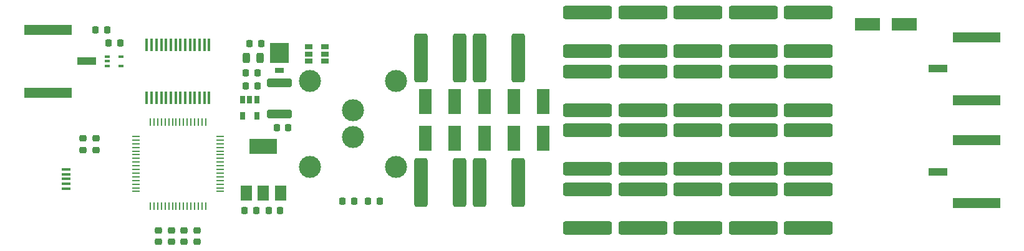
<source format=gtp>
G04 #@! TF.GenerationSoftware,KiCad,Pcbnew,7.99.0-4156-g4770532511*
G04 #@! TF.CreationDate,2024-01-07T23:02:07-05:00*
G04 #@! TF.ProjectId,emfi,656d6669-2e6b-4696-9361-645f70636258,0.1*
G04 #@! TF.SameCoordinates,Original*
G04 #@! TF.FileFunction,Paste,Top*
G04 #@! TF.FilePolarity,Positive*
%FSLAX46Y46*%
G04 Gerber Fmt 4.6, Leading zero omitted, Abs format (unit mm)*
G04 Created by KiCad (PCBNEW 7.99.0-4156-g4770532511) date 2024-01-07 23:02:07*
%MOMM*%
%LPD*%
G01*
G04 APERTURE LIST*
G04 Aperture macros list*
%AMRoundRect*
0 Rectangle with rounded corners*
0 $1 Rounding radius*
0 $2 $3 $4 $5 $6 $7 $8 $9 X,Y pos of 4 corners*
0 Add a 4 corners polygon primitive as box body*
4,1,4,$2,$3,$4,$5,$6,$7,$8,$9,$2,$3,0*
0 Add four circle primitives for the rounded corners*
1,1,$1+$1,$2,$3*
1,1,$1+$1,$4,$5*
1,1,$1+$1,$6,$7*
1,1,$1+$1,$8,$9*
0 Add four rect primitives between the rounded corners*
20,1,$1+$1,$2,$3,$4,$5,0*
20,1,$1+$1,$4,$5,$6,$7,0*
20,1,$1+$1,$6,$7,$8,$9,0*
20,1,$1+$1,$8,$9,$2,$3,0*%
G04 Aperture macros list end*
%ADD10RoundRect,0.218750X-0.218750X-0.256250X0.218750X-0.256250X0.218750X0.256250X-0.218750X0.256250X0*%
%ADD11RoundRect,0.218750X0.218750X0.256250X-0.218750X0.256250X-0.218750X-0.256250X0.218750X-0.256250X0*%
%ADD12C,3.000000*%
%ADD13RoundRect,0.243750X0.243750X0.456250X-0.243750X0.456250X-0.243750X-0.456250X0.243750X-0.456250X0*%
%ADD14RoundRect,0.250000X1.450000X-0.312500X1.450000X0.312500X-1.450000X0.312500X-1.450000X-0.312500X0*%
%ADD15R,0.650000X1.060000*%
%ADD16R,2.540000X2.670000*%
%ADD17R,1.270000X0.762000*%
%ADD18R,0.250000X1.000000*%
%ADD19R,1.000000X0.250000*%
%ADD20R,0.450000X1.750000*%
%ADD21R,1.060000X0.650000*%
%ADD22RoundRect,0.218750X-0.256250X0.218750X-0.256250X-0.218750X0.256250X-0.218750X0.256250X0.218750X0*%
%ADD23R,1.800000X3.500000*%
%ADD24RoundRect,0.250000X0.650000X3.050000X-0.650000X3.050000X-0.650000X-3.050000X0.650000X-3.050000X0*%
%ADD25RoundRect,0.250000X-0.650000X-3.050000X0.650000X-3.050000X0.650000X3.050000X-0.650000X3.050000X0*%
%ADD26RoundRect,0.250000X3.050000X-0.650000X3.050000X0.650000X-3.050000X0.650000X-3.050000X-0.650000X0*%
%ADD27RoundRect,0.250000X-3.050000X0.650000X-3.050000X-0.650000X3.050000X-0.650000X3.050000X0.650000X0*%
%ADD28R,1.500000X2.000000*%
%ADD29R,3.800000X2.000000*%
%ADD30RoundRect,0.218750X0.256250X-0.218750X0.256250X0.218750X-0.256250X0.218750X-0.256250X-0.218750X0*%
%ADD31R,2.500000X1.000000*%
%ADD32R,6.400000X1.440000*%
%ADD33R,1.300000X0.450000*%
%ADD34R,3.500000X1.800000*%
%ADD35R,0.650000X0.400000*%
G04 APERTURE END LIST*
D10*
X52712500Y-34750000D03*
X54287500Y-34750000D03*
D11*
X74537500Y-59250000D03*
X72962500Y-59250000D03*
X77787500Y-59250000D03*
X76212500Y-59250000D03*
X78887500Y-48000000D03*
X77312500Y-48000000D03*
D12*
X81795000Y-53325000D03*
X87630000Y-49295000D03*
X81795000Y-41655000D03*
X87630000Y-45685000D03*
X93465000Y-53325000D03*
X93465000Y-41655000D03*
D10*
X73101500Y-42315607D03*
X74676500Y-42315607D03*
D11*
X74676500Y-40565607D03*
X73101500Y-40565607D03*
D10*
X73601500Y-36565607D03*
X75176500Y-36565607D03*
D13*
X75076500Y-38565607D03*
X73201500Y-38565607D03*
D14*
X77639000Y-46203107D03*
X77639000Y-41928107D03*
D15*
X74589000Y-44215607D03*
X73639000Y-44215607D03*
X72689000Y-44215607D03*
X72689000Y-46415607D03*
X74589000Y-46415607D03*
D16*
X77639000Y-37867107D03*
D17*
X77639000Y-40218107D03*
D18*
X60150000Y-58650000D03*
X60650000Y-58650000D03*
X61150000Y-58650000D03*
X61650000Y-58650000D03*
X62150000Y-58650000D03*
X62650000Y-58650000D03*
X63150000Y-58650000D03*
X63650000Y-58650000D03*
X64150000Y-58650000D03*
X64650000Y-58650000D03*
X65150000Y-58650000D03*
X65650000Y-58650000D03*
X66150000Y-58650000D03*
X66650000Y-58650000D03*
X67150000Y-58650000D03*
X67650000Y-58650000D03*
D19*
X69600000Y-56700000D03*
X69600000Y-56200000D03*
X69600000Y-55700000D03*
X69600000Y-55200000D03*
X69600000Y-54700000D03*
X69600000Y-54200000D03*
X69600000Y-53700000D03*
X69600000Y-53200000D03*
X69600000Y-52700000D03*
X69600000Y-52200000D03*
X69600000Y-51700000D03*
X69600000Y-51200000D03*
X69600000Y-50700000D03*
X69600000Y-50200000D03*
X69600000Y-49700000D03*
X69600000Y-49200000D03*
D18*
X67650000Y-47250000D03*
X67150000Y-47250000D03*
X66650000Y-47250000D03*
X66150000Y-47250000D03*
X65650000Y-47250000D03*
X65150000Y-47250000D03*
X64650000Y-47250000D03*
X64150000Y-47250000D03*
X63650000Y-47250000D03*
X63150000Y-47250000D03*
X62650000Y-47250000D03*
X62150000Y-47250000D03*
X61650000Y-47250000D03*
X61150000Y-47250000D03*
X60650000Y-47250000D03*
X60150000Y-47250000D03*
D19*
X58200000Y-49200000D03*
X58200000Y-49700000D03*
X58200000Y-50200000D03*
X58200000Y-50700000D03*
X58200000Y-51200000D03*
X58200000Y-51700000D03*
X58200000Y-52200000D03*
X58200000Y-52700000D03*
X58200000Y-53200000D03*
X58200000Y-53700000D03*
X58200000Y-54200000D03*
X58200000Y-54700000D03*
X58200000Y-55200000D03*
X58200000Y-55700000D03*
X58200000Y-56200000D03*
X58200000Y-56700000D03*
D20*
X59675000Y-43950000D03*
X60325000Y-43950000D03*
X60975000Y-43950000D03*
X61625000Y-43950000D03*
X62275000Y-43950000D03*
X62925000Y-43950000D03*
X63575000Y-43950000D03*
X64225000Y-43950000D03*
X64875000Y-43950000D03*
X65525000Y-43950000D03*
X66175000Y-43950000D03*
X66825000Y-43950000D03*
X67475000Y-43950000D03*
X68125000Y-43950000D03*
X68125000Y-36750000D03*
X67475000Y-36750000D03*
X66825000Y-36750000D03*
X66175000Y-36750000D03*
X65525000Y-36750000D03*
X64875000Y-36750000D03*
X64225000Y-36750000D03*
X63575000Y-36750000D03*
X62925000Y-36750000D03*
X62275000Y-36750000D03*
X61625000Y-36750000D03*
X60975000Y-36750000D03*
X60325000Y-36750000D03*
X59675000Y-36750000D03*
D21*
X83850000Y-38950000D03*
X83850000Y-38000000D03*
X83850000Y-37050000D03*
X81650000Y-37050000D03*
X81650000Y-38000000D03*
X81650000Y-38950000D03*
D22*
X52750000Y-49462500D03*
X52750000Y-51037500D03*
D11*
X87787500Y-58000000D03*
X86212500Y-58000000D03*
X91287500Y-58000000D03*
X89712500Y-58000000D03*
D23*
X113500000Y-44500000D03*
X113500000Y-49500000D03*
D24*
X110125000Y-55500000D03*
X104875000Y-55500000D03*
D23*
X101500000Y-49500000D03*
X101500000Y-44500000D03*
D24*
X110125000Y-38500000D03*
X104875000Y-38500000D03*
D25*
X96875000Y-55500000D03*
X102125000Y-55500000D03*
D23*
X105500000Y-44500000D03*
X105500000Y-49500000D03*
X97500000Y-44500000D03*
X97500000Y-49500000D03*
X109500000Y-49500000D03*
X109500000Y-44500000D03*
D24*
X102125000Y-38500000D03*
X96875000Y-38500000D03*
D26*
X134500000Y-45625000D03*
X134500000Y-40375000D03*
D27*
X119500000Y-32375000D03*
X119500000Y-37625000D03*
X127000000Y-32375000D03*
X127000000Y-37625000D03*
D26*
X119500000Y-61625000D03*
X119500000Y-56375000D03*
D27*
X142000000Y-32375000D03*
X142000000Y-37625000D03*
D26*
X142000000Y-61625000D03*
X142000000Y-56375000D03*
D27*
X119500000Y-48375000D03*
X119500000Y-53625000D03*
D26*
X142000000Y-45625000D03*
X142000000Y-40375000D03*
X149500000Y-61625000D03*
X149500000Y-56375000D03*
D27*
X127000000Y-48375000D03*
X127000000Y-53625000D03*
X149500000Y-48375000D03*
X149500000Y-53625000D03*
D26*
X119500000Y-45625000D03*
X119500000Y-40375000D03*
X134500000Y-61625000D03*
X134500000Y-56375000D03*
X127000000Y-45625000D03*
X127000000Y-40375000D03*
X149500000Y-45625000D03*
X149500000Y-40375000D03*
D27*
X149500000Y-32375000D03*
X149500000Y-37625000D03*
X134500000Y-32375000D03*
X134500000Y-37625000D03*
D26*
X127000000Y-61625000D03*
X127000000Y-56375000D03*
D27*
X134500000Y-48375000D03*
X134500000Y-53625000D03*
D28*
X73200000Y-56900000D03*
X75500000Y-56900000D03*
D29*
X75500000Y-50600000D03*
D28*
X77800000Y-56900000D03*
D22*
X66500000Y-61962500D03*
X66500000Y-63537500D03*
X63000000Y-61962500D03*
X63000000Y-63537500D03*
D30*
X61250000Y-63537500D03*
X61250000Y-61962500D03*
X64750000Y-63537500D03*
X64750000Y-61962500D03*
D31*
X51500000Y-39000000D03*
D32*
X46250000Y-34720000D03*
X46250000Y-43280000D03*
D33*
X48700000Y-53700000D03*
X48700000Y-54350000D03*
X48700000Y-55000000D03*
X48700000Y-55650000D03*
X48700000Y-56300000D03*
D31*
X167050000Y-40000000D03*
D32*
X172300000Y-44280000D03*
X172300000Y-35720000D03*
D30*
X51000000Y-51037500D03*
X51000000Y-49462500D03*
D31*
X167050000Y-54000000D03*
D32*
X172300000Y-58280000D03*
X172300000Y-49720000D03*
D27*
X142000000Y-48375000D03*
X142000000Y-53625000D03*
D34*
X157500000Y-34000000D03*
X162500000Y-34000000D03*
D35*
X54300000Y-38350000D03*
X54300000Y-39000000D03*
X54300000Y-39650000D03*
X56200000Y-39650000D03*
X56200000Y-38350000D03*
D10*
X54462500Y-36500000D03*
X56037500Y-36500000D03*
M02*

</source>
